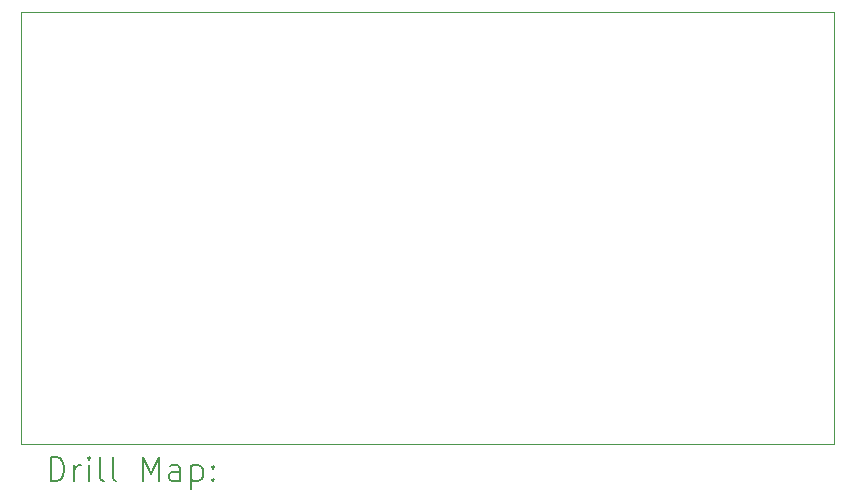
<source format=gbr>
%TF.GenerationSoftware,KiCad,Pcbnew,(6.0.7)*%
%TF.CreationDate,2023-02-28T16:34:33-05:00*%
%TF.ProjectId,Front_EndDesign3,46726f6e-745f-4456-9e64-44657369676e,rev?*%
%TF.SameCoordinates,Original*%
%TF.FileFunction,Drillmap*%
%TF.FilePolarity,Positive*%
%FSLAX45Y45*%
G04 Gerber Fmt 4.5, Leading zero omitted, Abs format (unit mm)*
G04 Created by KiCad (PCBNEW (6.0.7)) date 2023-02-28 16:34:33*
%MOMM*%
%LPD*%
G01*
G04 APERTURE LIST*
%ADD10C,0.100000*%
%ADD11C,0.200000*%
G04 APERTURE END LIST*
D10*
X5562600Y-6130000D02*
X12446000Y-6130000D01*
X12446000Y-6130000D02*
X12446000Y-9785200D01*
X12446000Y-9785200D02*
X5562600Y-9785200D01*
X5562600Y-9785200D02*
X5562600Y-6130000D01*
D11*
X5815219Y-10100676D02*
X5815219Y-9900676D01*
X5862838Y-9900676D01*
X5891409Y-9910200D01*
X5910457Y-9929248D01*
X5919981Y-9948295D01*
X5929505Y-9986390D01*
X5929505Y-10014962D01*
X5919981Y-10053057D01*
X5910457Y-10072105D01*
X5891409Y-10091152D01*
X5862838Y-10100676D01*
X5815219Y-10100676D01*
X6015219Y-10100676D02*
X6015219Y-9967343D01*
X6015219Y-10005438D02*
X6024743Y-9986390D01*
X6034267Y-9976867D01*
X6053314Y-9967343D01*
X6072362Y-9967343D01*
X6139028Y-10100676D02*
X6139028Y-9967343D01*
X6139028Y-9900676D02*
X6129505Y-9910200D01*
X6139028Y-9919724D01*
X6148552Y-9910200D01*
X6139028Y-9900676D01*
X6139028Y-9919724D01*
X6262838Y-10100676D02*
X6243790Y-10091152D01*
X6234267Y-10072105D01*
X6234267Y-9900676D01*
X6367600Y-10100676D02*
X6348552Y-10091152D01*
X6339028Y-10072105D01*
X6339028Y-9900676D01*
X6596171Y-10100676D02*
X6596171Y-9900676D01*
X6662838Y-10043533D01*
X6729505Y-9900676D01*
X6729505Y-10100676D01*
X6910457Y-10100676D02*
X6910457Y-9995914D01*
X6900933Y-9976867D01*
X6881886Y-9967343D01*
X6843790Y-9967343D01*
X6824743Y-9976867D01*
X6910457Y-10091152D02*
X6891409Y-10100676D01*
X6843790Y-10100676D01*
X6824743Y-10091152D01*
X6815219Y-10072105D01*
X6815219Y-10053057D01*
X6824743Y-10034010D01*
X6843790Y-10024486D01*
X6891409Y-10024486D01*
X6910457Y-10014962D01*
X7005695Y-9967343D02*
X7005695Y-10167343D01*
X7005695Y-9976867D02*
X7024743Y-9967343D01*
X7062838Y-9967343D01*
X7081886Y-9976867D01*
X7091409Y-9986390D01*
X7100933Y-10005438D01*
X7100933Y-10062581D01*
X7091409Y-10081629D01*
X7081886Y-10091152D01*
X7062838Y-10100676D01*
X7024743Y-10100676D01*
X7005695Y-10091152D01*
X7186648Y-10081629D02*
X7196171Y-10091152D01*
X7186648Y-10100676D01*
X7177124Y-10091152D01*
X7186648Y-10081629D01*
X7186648Y-10100676D01*
X7186648Y-9976867D02*
X7196171Y-9986390D01*
X7186648Y-9995914D01*
X7177124Y-9986390D01*
X7186648Y-9976867D01*
X7186648Y-9995914D01*
M02*

</source>
